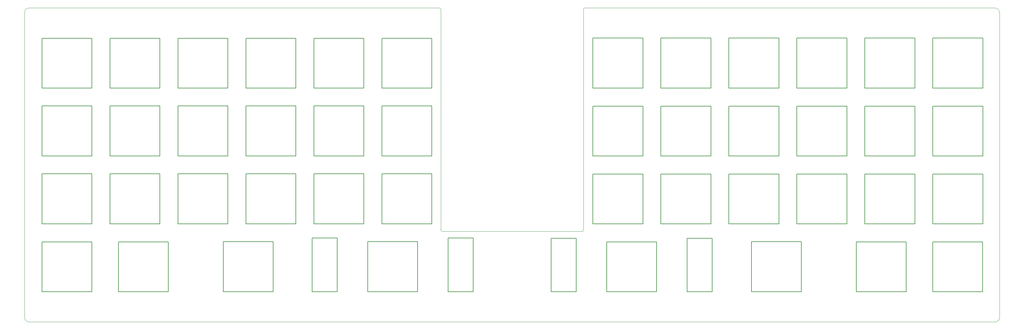
<source format=gbr>
%TF.GenerationSoftware,KiCad,Pcbnew,(6.0.7)*%
%TF.CreationDate,2023-01-10T10:05:45+01:00*%
%TF.ProjectId,skoosk switchplate 8 screwholes,736b6f6f-736b-4207-9377-69746368706c,rev?*%
%TF.SameCoordinates,Original*%
%TF.FileFunction,Profile,NP*%
%FSLAX46Y46*%
G04 Gerber Fmt 4.6, Leading zero omitted, Abs format (unit mm)*
G04 Created by KiCad (PCBNEW (6.0.7)) date 2023-01-10 10:05:45*
%MOMM*%
%LPD*%
G01*
G04 APERTURE LIST*
%TA.AperFunction,Profile*%
%ADD10C,0.200000*%
%TD*%
%TA.AperFunction,Profile*%
%ADD11C,0.100000*%
%TD*%
G04 APERTURE END LIST*
D10*
X270921552Y-52551005D02*
X256921552Y-52551005D01*
X7301612Y-71600125D02*
X7301612Y-85600125D01*
X78451612Y-28450125D02*
X78451612Y-14450125D01*
X83034612Y-85570125D02*
X90034612Y-85570125D01*
X98584612Y-85570125D02*
X112584612Y-85570125D01*
X90034612Y-85570125D02*
X90034612Y-70570125D01*
D11*
X119442612Y-68679125D02*
X158685612Y-68679125D01*
D10*
X251871205Y-47500069D02*
X251871205Y-33500069D01*
D11*
X158685612Y-68679112D02*
G75*
G03*
X159066612Y-68298125I-12J381012D01*
G01*
D10*
X175674949Y-28448548D02*
X175674949Y-14448548D01*
X128134612Y-70570125D02*
X121134612Y-70570125D01*
X161671205Y-47500069D02*
X175671205Y-47500069D01*
X112584612Y-85570125D02*
X112584612Y-71570125D01*
X59392256Y-52548548D02*
X45392256Y-52548548D01*
D11*
X159410400Y-5969000D02*
G75*
G03*
X159029400Y-6350000I0J-381000D01*
G01*
D10*
X161674949Y-14448548D02*
X161674949Y-28448548D01*
X180724949Y-28448548D02*
X194724949Y-28448548D01*
X40351612Y-28450125D02*
X40351612Y-14450125D01*
X78452943Y-33494159D02*
X64452943Y-33494159D01*
X116552943Y-47494159D02*
X116552943Y-33494159D01*
X102542256Y-52548548D02*
X102542256Y-66548548D01*
X59402943Y-33494159D02*
X45402943Y-33494159D01*
X97492256Y-52548548D02*
X83492256Y-52548548D01*
X232821552Y-66551005D02*
X232821552Y-52551005D01*
X161671552Y-52551005D02*
X161671552Y-66551005D01*
X78451612Y-14450125D02*
X64451612Y-14450125D01*
X256924949Y-14448548D02*
X256924949Y-28448548D01*
X21301612Y-71600125D02*
X7301612Y-71600125D01*
X213774949Y-14448548D02*
X199774949Y-14448548D01*
X21301612Y-28450125D02*
X21301612Y-14450125D01*
X256891000Y-85600125D02*
X270891000Y-85600125D01*
X40351612Y-14450125D02*
X26351612Y-14450125D01*
X206106000Y-71570125D02*
X206106000Y-85570125D01*
X180721205Y-47500069D02*
X194721205Y-47500069D01*
X237871205Y-33500069D02*
X237871205Y-47500069D01*
X58071612Y-85570125D02*
X72071612Y-85570125D01*
X59392256Y-66548548D02*
X59392256Y-52548548D01*
X64442256Y-52548548D02*
X64442256Y-66548548D01*
D11*
X3692026Y-94107000D02*
X274357212Y-94107000D01*
D10*
X218821552Y-66551005D02*
X232821552Y-66551005D01*
X83502943Y-47494159D02*
X97502943Y-47494159D01*
X121134612Y-85570125D02*
X128134612Y-85570125D01*
X251871205Y-33500069D02*
X237871205Y-33500069D01*
X116542256Y-52548548D02*
X102542256Y-52548548D01*
X97501612Y-28450125D02*
X97501612Y-14450125D01*
X199771205Y-47500069D02*
X213771205Y-47500069D01*
X213771205Y-33500069D02*
X199771205Y-33500069D01*
X26342256Y-52548548D02*
X26342256Y-66548548D01*
X78442256Y-52548548D02*
X64442256Y-52548548D01*
D11*
X274357212Y-94107012D02*
G75*
G03*
X275627212Y-92837000I-12J1270012D01*
G01*
D10*
X199771205Y-33500069D02*
X199771205Y-47500069D01*
X7301612Y-28450125D02*
X21301612Y-28450125D01*
X58071612Y-71570125D02*
X58071612Y-85570125D01*
X72071612Y-85570125D02*
X72071612Y-71570125D01*
X161674949Y-28448548D02*
X175674949Y-28448548D01*
X97502943Y-33494159D02*
X83502943Y-33494159D01*
X232821205Y-33500069D02*
X218821205Y-33500069D01*
X195092266Y-85613107D02*
X195092266Y-70613107D01*
X213771552Y-66551005D02*
X213771552Y-52551005D01*
X90034612Y-70570125D02*
X83034612Y-70570125D01*
X188092266Y-70613107D02*
X188092266Y-85613107D01*
X220106000Y-85570125D02*
X220106000Y-71570125D01*
X256921552Y-66551005D02*
X270921552Y-66551005D01*
X26351612Y-28450125D02*
X40351612Y-28450125D01*
X28732862Y-71600125D02*
X28732862Y-85600125D01*
X180721552Y-52551005D02*
X180721552Y-66551005D01*
X180721205Y-33500069D02*
X180721205Y-47500069D01*
X175671552Y-52551005D02*
X161671552Y-52551005D01*
X121134612Y-70570125D02*
X121134612Y-85570125D01*
X78452943Y-47494159D02*
X78452943Y-33494159D01*
X21301612Y-85600125D02*
X21301612Y-71600125D01*
X270891000Y-85600125D02*
X270891000Y-71600125D01*
X26351612Y-14450125D02*
X26351612Y-28450125D01*
X251874949Y-14448548D02*
X237874949Y-14448548D01*
X175671205Y-47500069D02*
X175671205Y-33500069D01*
X256891000Y-71600125D02*
X256891000Y-85600125D01*
X251871552Y-52551005D02*
X237871552Y-52551005D01*
X180724949Y-14448548D02*
X180724949Y-28448548D01*
D11*
X119061575Y-68298125D02*
G75*
G03*
X119442612Y-68679125I381025J25D01*
G01*
D10*
X213771205Y-47500069D02*
X213771205Y-33500069D01*
X45401612Y-28450125D02*
X59401612Y-28450125D01*
X97502943Y-47494159D02*
X97502943Y-33494159D01*
X218821205Y-47500069D02*
X232821205Y-47500069D01*
X179542266Y-85613107D02*
X179542266Y-71613107D01*
X7302943Y-47494159D02*
X21302943Y-47494159D01*
X116552943Y-33494159D02*
X102552943Y-33494159D01*
X21302943Y-47494159D02*
X21302943Y-33494159D01*
X199774949Y-14448548D02*
X199774949Y-28448548D01*
D11*
X275627212Y-92837000D02*
X275590000Y-7239000D01*
D10*
X45402943Y-33494159D02*
X45402943Y-47494159D01*
X161671552Y-66551005D02*
X175671552Y-66551005D01*
X45392256Y-52548548D02*
X45392256Y-66548548D01*
X194721205Y-33500069D02*
X180721205Y-33500069D01*
X188092266Y-85613107D02*
X195092266Y-85613107D01*
X116551612Y-28450125D02*
X116551612Y-14450125D01*
X7302943Y-33494159D02*
X7302943Y-47494159D01*
X149992266Y-70613107D02*
X149992266Y-85613107D01*
X251871552Y-66551005D02*
X251871552Y-52551005D01*
X83034612Y-70570125D02*
X83034612Y-85570125D01*
X235459750Y-85600125D02*
X249459750Y-85600125D01*
X270924949Y-14448548D02*
X256924949Y-14448548D01*
X237874949Y-28448548D02*
X251874949Y-28448548D01*
X98584612Y-71570125D02*
X98584612Y-85570125D01*
X72071612Y-71570125D02*
X58071612Y-71570125D01*
X194721552Y-52551005D02*
X180721552Y-52551005D01*
X237871552Y-52551005D02*
X237871552Y-66551005D01*
X21292256Y-66548548D02*
X21292256Y-52548548D01*
X194724949Y-28448548D02*
X194724949Y-14448548D01*
X21292256Y-52548548D02*
X7292256Y-52548548D01*
X195092266Y-70613107D02*
X188092266Y-70613107D01*
X175671205Y-33500069D02*
X161671205Y-33500069D01*
X213774949Y-28448548D02*
X213774949Y-14448548D01*
D11*
X159066612Y-68298125D02*
X159029400Y-6350000D01*
D10*
X270921205Y-33500069D02*
X256921205Y-33500069D01*
X64452943Y-33494159D02*
X64452943Y-47494159D01*
D11*
X2422020Y-92837000D02*
G75*
G03*
X3692026Y-94107000I1270000J0D01*
G01*
D10*
X26352943Y-33494159D02*
X26352943Y-47494159D01*
X165542266Y-71613107D02*
X165542266Y-85613107D01*
X26342256Y-66548548D02*
X40342256Y-66548548D01*
X194724949Y-14448548D02*
X180724949Y-14448548D01*
X40352943Y-47494159D02*
X40352943Y-33494159D01*
X40352943Y-33494159D02*
X26352943Y-33494159D01*
X270921552Y-66551005D02*
X270921552Y-52551005D01*
X42732862Y-71600125D02*
X28732862Y-71600125D01*
X42732862Y-85600125D02*
X42732862Y-71600125D01*
X64442256Y-66548548D02*
X78442256Y-66548548D01*
X83501612Y-14450125D02*
X83501612Y-28450125D01*
X7301612Y-85600125D02*
X21301612Y-85600125D01*
X83492256Y-52548548D02*
X83492256Y-66548548D01*
X21301612Y-14450125D02*
X7301612Y-14450125D01*
X102551612Y-14450125D02*
X102551612Y-28450125D01*
X64451612Y-14450125D02*
X64451612Y-28450125D01*
X199774949Y-28448548D02*
X213774949Y-28448548D01*
X256924949Y-28448548D02*
X270924949Y-28448548D01*
X102551612Y-28450125D02*
X116551612Y-28450125D01*
X180721552Y-66551005D02*
X194721552Y-66551005D01*
X149992266Y-85613107D02*
X156992266Y-85613107D01*
X161671205Y-33500069D02*
X161671205Y-47500069D01*
X59401612Y-28450125D02*
X59401612Y-14450125D01*
X116542256Y-66548548D02*
X116542256Y-52548548D01*
X165542266Y-85613107D02*
X179542266Y-85613107D01*
X40342256Y-66548548D02*
X40342256Y-52548548D01*
X97501612Y-14450125D02*
X83501612Y-14450125D01*
X237871205Y-47500069D02*
X251871205Y-47500069D01*
X45392256Y-66548548D02*
X59392256Y-66548548D01*
X156992266Y-85613107D02*
X156992266Y-70613107D01*
D11*
X3692026Y-5969006D02*
G75*
G03*
X2422026Y-7239000I-6J-1269994D01*
G01*
D10*
X256921205Y-47500069D02*
X270921205Y-47500069D01*
X128134612Y-85570125D02*
X128134612Y-70570125D01*
X199771552Y-66551005D02*
X213771552Y-66551005D01*
X7292256Y-66548548D02*
X21292256Y-66548548D01*
X249459750Y-71600125D02*
X235459750Y-71600125D01*
X270924949Y-28448548D02*
X270924949Y-14448548D01*
X249459750Y-85600125D02*
X249459750Y-71600125D01*
X251874949Y-28448548D02*
X251874949Y-14448548D01*
X194721552Y-66551005D02*
X194721552Y-52551005D01*
X270921205Y-47500069D02*
X270921205Y-33500069D01*
X175674949Y-14448548D02*
X161674949Y-14448548D01*
X156992266Y-70613107D02*
X149992266Y-70613107D01*
X213771552Y-52551005D02*
X199771552Y-52551005D01*
X218824949Y-14448548D02*
X218824949Y-28448548D01*
X102542256Y-66548548D02*
X116542256Y-66548548D01*
X220106000Y-71570125D02*
X206106000Y-71570125D01*
D11*
X275590000Y-7239000D02*
G75*
G03*
X274320000Y-5969000I-1269900J100D01*
G01*
D10*
X7292256Y-52548548D02*
X7292256Y-66548548D01*
D11*
X119058826Y-6350000D02*
X119061612Y-68298125D01*
D10*
X59402943Y-47494159D02*
X59402943Y-33494159D01*
X235459750Y-71600125D02*
X235459750Y-85600125D01*
X45402943Y-47494159D02*
X59402943Y-47494159D01*
X7301612Y-14450125D02*
X7301612Y-28450125D01*
X199771552Y-52551005D02*
X199771552Y-66551005D01*
X21302943Y-33494159D02*
X7302943Y-33494159D01*
X97492256Y-66548548D02*
X97492256Y-52548548D01*
X218821552Y-52551005D02*
X218821552Y-66551005D01*
X175671552Y-66551005D02*
X175671552Y-52551005D01*
X64451612Y-28450125D02*
X78451612Y-28450125D01*
D11*
X118677826Y-5969000D02*
X3692026Y-5969000D01*
D10*
X40342256Y-52548548D02*
X26342256Y-52548548D01*
X102552943Y-47494159D02*
X116552943Y-47494159D01*
X218824949Y-28448548D02*
X232824949Y-28448548D01*
X218821205Y-33500069D02*
X218821205Y-47500069D01*
X237871552Y-66551005D02*
X251871552Y-66551005D01*
X83501612Y-28450125D02*
X97501612Y-28450125D01*
X102552943Y-33494159D02*
X102552943Y-47494159D01*
D11*
X274320000Y-5969000D02*
X159410400Y-5969000D01*
D10*
X28732862Y-85600125D02*
X42732862Y-85600125D01*
X116551612Y-14450125D02*
X102551612Y-14450125D01*
D11*
X119058800Y-6350000D02*
G75*
G03*
X118677826Y-5969000I-381000J0D01*
G01*
D10*
X112584612Y-71570125D02*
X98584612Y-71570125D01*
X232824949Y-28448548D02*
X232824949Y-14448548D01*
X194721205Y-47500069D02*
X194721205Y-33500069D01*
X26352943Y-47494159D02*
X40352943Y-47494159D01*
X206106000Y-85570125D02*
X220106000Y-85570125D01*
X232821552Y-52551005D02*
X218821552Y-52551005D01*
X232821205Y-47500069D02*
X232821205Y-33500069D01*
X237874949Y-14448548D02*
X237874949Y-28448548D01*
X179542266Y-71613107D02*
X165542266Y-71613107D01*
X256921205Y-33500069D02*
X256921205Y-47500069D01*
X59401612Y-14450125D02*
X45401612Y-14450125D01*
X256921552Y-52551005D02*
X256921552Y-66551005D01*
X232824949Y-14448548D02*
X218824949Y-14448548D01*
X83492256Y-66548548D02*
X97492256Y-66548548D01*
X78442256Y-66548548D02*
X78442256Y-52548548D01*
D11*
X2422026Y-7239000D02*
X2422026Y-92837000D01*
D10*
X83502943Y-33494159D02*
X83502943Y-47494159D01*
X270891000Y-71600125D02*
X256891000Y-71600125D01*
X64452943Y-47494159D02*
X78452943Y-47494159D01*
X45401612Y-14450125D02*
X45401612Y-28450125D01*
M02*

</source>
